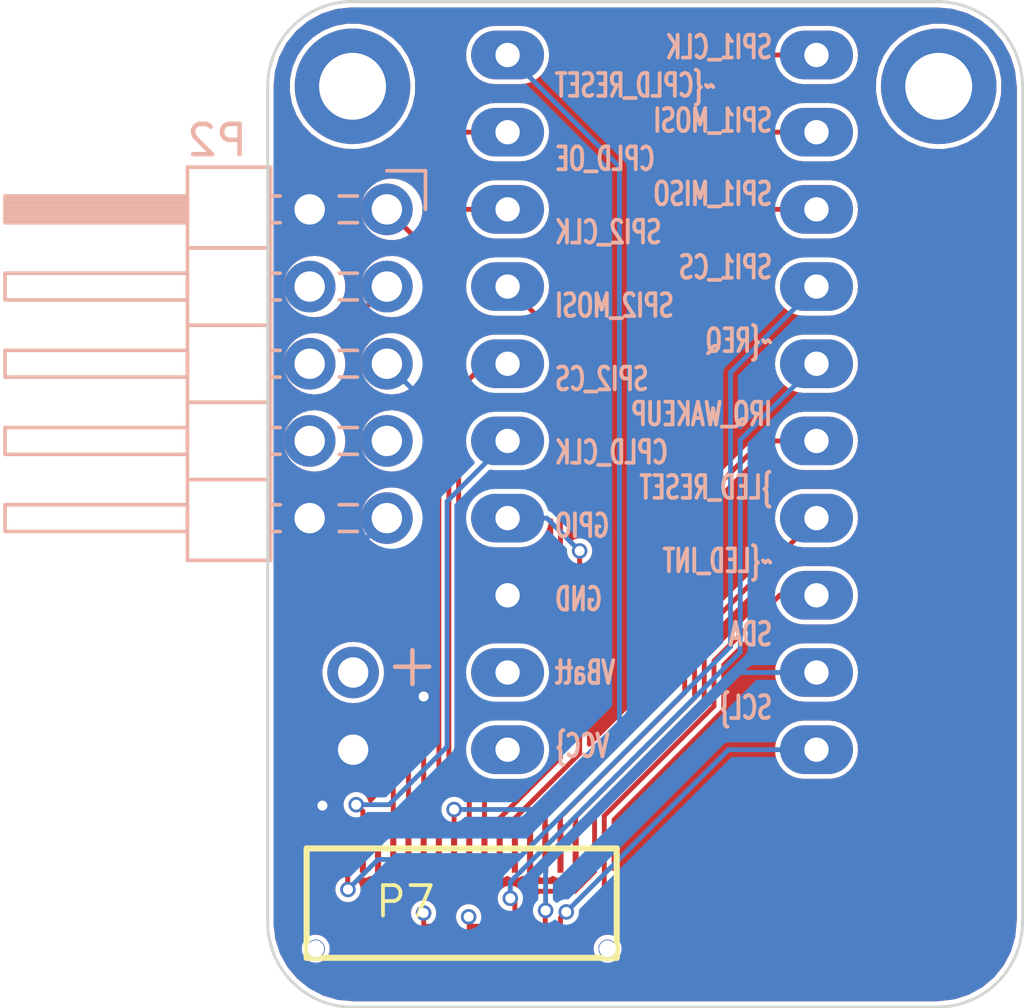
<source format=kicad_pcb>
(kicad_pcb (version 4) (host pcbnew 4.0.4-stable)
  (title_block (title "Digitabulum Test Harness") (date 2017-06-17) (rev 1) (company "Manuvr, Inc"))
  (layers (0 F.Cu signal) (1 Inner1.Cu signal hide) (2 Inner2.Cu signal hide) (31 B.Cu signal) (34 B.Paste user) (35 F.Paste user) (36 B.SilkS user) (37 F.SilkS user) (38 B.Mask user) (39 F.Mask user) (44 Edge.Cuts user))
  (net 0 "")
  (net 1 /CPLD_EXT_CLK)
  (net 2 /CPLD_GPIO_0)
  (net 3 /CPLD_OE)
  (net 4 /I2C1_SCL)
  (net 5 /I2C1_SDA)
  (net 6 /IRQ_WAKEUP)
  (net 7 /SPI1_CLK)
  (net 8 /SPI1_CS_0)
  (net 9 /SPI1_MISO)
  (net 10 /SPI1_MOSI)
  (net 11 /SPI2_CLK)
  (net 12 /SPI2_CS)
  (net 13 /SPI2_MOSI)
  (net 14 /TCK)
  (net 15 /TDI)
  (net 16 /TDO)
  (net 17 /TMS)
  (net 18 /Vbatt)
  (net 19 /~CPLD_RESET)
  (net 20 /~LED_INT)
  (net 21 /~LED_RESET)
  (net 22 /~REQ)
  (net 23 /VCC)
  (net 24 /GND)
  (module Pin_Headers:Pin_Header_Straight_1x02_Pitch2.54mm (layer B.Cu) (at 34.29 48.26)
    (fp_text reference P3 hide)
    (fp_text value CONN_01X02 hide)
    (fp_line (start 1.95 -2.16) (end 1.95 -3.27) (layer B.SilkS) (width 0.15))
    (fp_line (start 1.38 -2.73) (end 2.5 -2.73) (layer B.SilkS) (width 0.15))
    (pad 1 thru_hole rect (at 0 0) (size 1.7 1.7) (drill 1) (layers *.Cu *.Mask) (net 24 /GND))
    (pad 2 thru_hole oval (at 0 -2.54) (size 1.7 1.7) (drill 1) (layers *.Cu *.Mask) (net 18 /Vbatt))
  )
  (module Pin_Headers:Pin_Header_Angled_2x05_Pitch2.54mm (layer B.Cu) (at 35.4 30.48 180)
    (fp_text reference P2 (at 5.585 2.27 180) (layer B.SilkS) (effects (justify mirror)))
    (fp_text value CONN_02X05)
    (fp_line (start 3.82 1.39) (end 3.82 -1.27) (layer B.SilkS) (width 0.12))
    (fp_line (start 3.82 -1.27) (end 6.56 -1.27) (layer B.SilkS) (width 0.12))
    (fp_line (start 6.56 -1.27) (end 6.56 1.39) (layer B.SilkS) (width 0.12))
    (fp_line (start 6.56 1.39) (end 3.82 1.39) (layer B.SilkS) (width 0.12))
    (fp_line (start 6.56 0.44) (end 6.56 -0.44) (layer B.SilkS) (width 0.12))
    (fp_line (start 6.56 -0.44) (end 12.56 -0.44) (layer B.SilkS) (width 0.12))
    (fp_line (start 12.56 -0.44) (end 12.56 0.44) (layer B.SilkS) (width 0.12))
    (fp_line (start 12.56 0.44) (end 6.56 0.44) (layer B.SilkS) (width 0.12))
    (fp_line (start 3.51 0.44) (end 3.82 0.44) (layer B.SilkS) (width 0.12))
    (fp_line (start 3.51 -0.44) (end 3.82 -0.44) (layer B.SilkS) (width 0.12))
    (fp_line (start 0.97 0.44) (end 1.57 0.44) (layer B.SilkS) (width 0.12))
    (fp_line (start 0.97 -0.44) (end 1.57 -0.44) (layer B.SilkS) (width 0.12))
    (fp_line (start 6.56 0.32) (end 12.56 0.32) (layer B.SilkS) (width 0.12))
    (fp_line (start 6.56 0.2) (end 12.56 0.2) (layer B.SilkS) (width 0.12))
    (fp_line (start 6.56 0.08) (end 12.56 0.08) (layer B.SilkS) (width 0.12))
    (fp_line (start 6.56 -0.04) (end 12.56 -0.04) (layer B.SilkS) (width 0.12))
    (fp_line (start 6.56 -0.16) (end 12.56 -0.16) (layer B.SilkS) (width 0.12))
    (fp_line (start 6.56 -0.28) (end 12.56 -0.28) (layer B.SilkS) (width 0.12))
    (fp_line (start 6.56 -0.4) (end 12.56 -0.4) (layer B.SilkS) (width 0.12))
    (fp_line (start 3.82 -1.27) (end 3.82 -3.81) (layer B.SilkS) (width 0.12))
    (fp_line (start 3.82 -3.81) (end 6.56 -3.81) (layer B.SilkS) (width 0.12))
    (fp_line (start 6.56 -3.81) (end 6.56 -1.27) (layer B.SilkS) (width 0.12))
    (fp_line (start 6.56 -1.27) (end 3.82 -1.27) (layer B.SilkS) (width 0.12))
    (fp_line (start 6.56 -2.1) (end 6.56 -2.98) (layer B.SilkS) (width 0.12))
    (fp_line (start 6.56 -2.98) (end 12.56 -2.98) (layer B.SilkS) (width 0.12))
    (fp_line (start 12.56 -2.98) (end 12.56 -2.1) (layer B.SilkS) (width 0.12))
    (fp_line (start 12.56 -2.1) (end 6.56 -2.1) (layer B.SilkS) (width 0.12))
    (fp_line (start 3.51 -2.1) (end 3.82 -2.1) (layer B.SilkS) (width 0.12))
    (fp_line (start 3.51 -2.98) (end 3.82 -2.98) (layer B.SilkS) (width 0.12))
    (fp_line (start 0.97 -2.1) (end 1.57 -2.1) (layer B.SilkS) (width 0.12))
    (fp_line (start 0.97 -2.98) (end 1.57 -2.98) (layer B.SilkS) (width 0.12))
    (fp_line (start 3.82 -3.81) (end 3.82 -6.35) (layer B.SilkS) (width 0.12))
    (fp_line (start 3.82 -6.35) (end 6.56 -6.35) (layer B.SilkS) (width 0.12))
    (fp_line (start 6.56 -6.35) (end 6.56 -3.81) (layer B.SilkS) (width 0.12))
    (fp_line (start 6.56 -3.81) (end 3.82 -3.81) (layer B.SilkS) (width 0.12))
    (fp_line (start 6.56 -4.64) (end 6.56 -5.52) (layer B.SilkS) (width 0.12))
    (fp_line (start 6.56 -5.52) (end 12.56 -5.52) (layer B.SilkS) (width 0.12))
    (fp_line (start 12.56 -5.52) (end 12.56 -4.64) (layer B.SilkS) (width 0.12))
    (fp_line (start 12.56 -4.64) (end 6.56 -4.64) (layer B.SilkS) (width 0.12))
    (fp_line (start 3.51 -4.64) (end 3.82 -4.64) (layer B.SilkS) (width 0.12))
    (fp_line (start 3.51 -5.52) (end 3.82 -5.52) (layer B.SilkS) (width 0.12))
    (fp_line (start 0.97 -4.64) (end 1.57 -4.64) (layer B.SilkS) (width 0.12))
    (fp_line (start 0.97 -5.52) (end 1.57 -5.52) (layer B.SilkS) (width 0.12))
    (fp_line (start 3.82 -6.35) (end 3.82 -8.89) (layer B.SilkS) (width 0.12))
    (fp_line (start 3.82 -8.89) (end 6.56 -8.89) (layer B.SilkS) (width 0.12))
    (fp_line (start 6.56 -8.89) (end 6.56 -6.35) (layer B.SilkS) (width 0.12))
    (fp_line (start 6.56 -6.35) (end 3.82 -6.35) (layer B.SilkS) (width 0.12))
    (fp_line (start 6.56 -7.18) (end 6.56 -8.06) (layer B.SilkS) (width 0.12))
    (fp_line (start 6.56 -8.06) (end 12.56 -8.06) (layer B.SilkS) (width 0.12))
    (fp_line (start 12.56 -8.06) (end 12.56 -7.18) (layer B.SilkS) (width 0.12))
    (fp_line (start 12.56 -7.18) (end 6.56 -7.18) (layer B.SilkS) (width 0.12))
    (fp_line (start 3.51 -7.18) (end 3.82 -7.18) (layer B.SilkS) (width 0.12))
    (fp_line (start 3.51 -8.06) (end 3.82 -8.06) (layer B.SilkS) (width 0.12))
    (fp_line (start 0.97 -7.18) (end 1.57 -7.18) (layer B.SilkS) (width 0.12))
    (fp_line (start 0.97 -8.06) (end 1.57 -8.06) (layer B.SilkS) (width 0.12))
    (fp_line (start 3.82 -8.89) (end 3.82 -11.55) (layer B.SilkS) (width 0.12))
    (fp_line (start 3.82 -11.55) (end 6.56 -11.55) (layer B.SilkS) (width 0.12))
    (fp_line (start 6.56 -11.55) (end 6.56 -8.89) (layer B.SilkS) (width 0.12))
    (fp_line (start 6.56 -8.89) (end 3.82 -8.89) (layer B.SilkS) (width 0.12))
    (fp_line (start 6.56 -9.72) (end 6.56 -10.6) (layer B.SilkS) (width 0.12))
    (fp_line (start 6.56 -10.6) (end 12.56 -10.6) (layer B.SilkS) (width 0.12))
    (fp_line (start 12.56 -10.6) (end 12.56 -9.72) (layer B.SilkS) (width 0.12))
    (fp_line (start 12.56 -9.72) (end 6.56 -9.72) (layer B.SilkS) (width 0.12))
    (fp_line (start 3.51 -9.72) (end 3.82 -9.72) (layer B.SilkS) (width 0.12))
    (fp_line (start 3.51 -10.6) (end 3.82 -10.6) (layer B.SilkS) (width 0.12))
    (fp_line (start 0.97 -9.72) (end 1.57 -9.72) (layer B.SilkS) (width 0.12))
    (fp_line (start 0.97 -10.6) (end 1.57 -10.6) (layer B.SilkS) (width 0.12))
    (fp_line (start -1.27 0) (end -1.27 1.27) (layer B.SilkS) (width 0.12))
    (fp_line (start -1.27 1.27) (end 0 1.27) (layer B.SilkS) (width 0.12))
    (pad 1 thru_hole circle (at 0 0 180) (size 1.7 1.7) (drill 1) (layers *.Cu *.Mask) (net 14 /TCK))
    (pad 2 thru_hole oval (at 2.54 0 180) (size 1.7 1.7) (drill 1) (layers *.Cu *.Mask) (net 24 /GND))
    (pad 3 thru_hole oval (at 0 -2.54 180) (size 1.7 1.7) (drill 1) (layers *.Cu *.Mask) (net 16 /TDO))
    (pad 4 thru_hole oval (at 2.54 -2.54 180) (size 1.7 1.7) (drill 1) (layers *.Cu *.Mask) (net 23 /VCC))
    (pad 5 thru_hole oval (at 0 -5.08 180) (size 1.7 1.7) (drill 1) (layers *.Cu *.Mask) (net 17 /TMS))
    (pad 6 thru_hole oval (at 2.54 -5.08 180) (size 1.7 1.7) (drill 1) (layers *.Cu *.Mask))
    (pad 7 thru_hole oval (at 0 -7.62 180) (size 1.7 1.7) (drill 1) (layers *.Cu *.Mask))
    (pad 8 thru_hole oval (at 2.54 -7.62 180) (size 1.7 1.7) (drill 1) (layers *.Cu *.Mask))
    (pad 9 thru_hole oval (at 0 -10.16 180) (size 1.7 1.7) (drill 1) (layers *.Cu *.Mask) (net 15 /TDI))
    (pad 10 thru_hole oval (at 2.54 -10.16 180) (size 1.7 1.7) (drill 1) (layers *.Cu *.Mask) (net 24 /GND))
  )
  (module Housings_DIP:DIP-24_W15.24mm_Socket_LongPads (layer F.Cu) (at 36.83 25.4)
    (fp_text reference P1 hide)
    (fp_text value CONN_02X10 hide)
    (pad 1 thru_hole oval (at 2.54 5.08) (size 2.4 1.6) (drill 0.8) (layers *.Cu *.Mask) (net 11 /SPI2_CLK))
    (pad 13 thru_hole oval (at 12.7 17.78) (size 2.4 1.6) (drill 0.8) (layers *.Cu *.Mask) (net 21 /~LED_RESET))
    (pad 2 thru_hole oval (at 2.54 20.32) (size 2.4 1.6) (drill 0.8) (layers *.Cu *.Mask) (net 18 /Vbatt))
    (pad 14 thru_hole oval (at 12.7 15.24) (size 2.4 1.6) (drill 0.8) (layers *.Cu *.Mask) (net 20 /~LED_INT))
    (pad 3 thru_hole oval (at 2.54 7.62) (size 2.4 1.6) (drill 0.8) (layers *.Cu *.Mask) (net 13 /SPI2_MOSI))
    (pad 15 thru_hole oval (at 12.7 12.7) (size 2.4 1.6) (drill 0.8) (layers *.Cu *.Mask) (net 6 /IRQ_WAKEUP))
    (pad 4 thru_hole oval (at 2.54 22.86) (size 2.4 1.6) (drill 0.8) (layers *.Cu *.Mask) (net 23 /VCC))
    (pad 16 thru_hole oval (at 12.7 10.16) (size 2.4 1.6) (drill 0.8) (layers *.Cu *.Mask) (net 22 /~REQ))
    (pad 5 thru_hole oval (at 2.54 10.16) (size 2.4 1.6) (drill 0.8) (layers *.Cu *.Mask) (net 12 /SPI2_CS))
    (pad 17 thru_hole oval (at 12.7 7.62) (size 2.4 1.6) (drill 0.8) (layers *.Cu *.Mask) (net 8 /SPI1_CS_0))
    (pad 6 thru_hole rect (at 2.54 17.78) (size 2.4 1.6) (drill 0.8) (layers *.Cu *.Mask) (net 24 /GND))
    (pad 18 thru_hole oval (at 12.7 5.08) (size 2.4 1.6) (drill 0.8) (layers *.Cu *.Mask) (net 9 /SPI1_MISO))
    (pad 7 thru_hole oval (at 2.54 12.7) (size 2.4 1.6) (drill 0.8) (layers *.Cu *.Mask) (net 1 /CPLD_EXT_CLK))
    (pad 19 thru_hole oval (at 12.7 2.54) (size 2.4 1.6) (drill 0.8) (layers *.Cu *.Mask) (net 10 /SPI1_MOSI))
    (pad 8 thru_hole oval (at 2.54 15.24) (size 2.4 1.6) (drill 0.8) (layers *.Cu *.Mask) (net 2 /CPLD_GPIO_0))
    (pad 20 thru_hole oval (at 12.7 0) (size 2.4 1.6) (drill 0.8) (layers *.Cu *.Mask) (net 7 /SPI1_CLK))
    (pad 9 thru_hole oval (at 2.54 0) (size 2.4 1.6) (drill 0.8) (layers *.Cu *.Mask) (net 19 /~CPLD_RESET))
    (pad 10 thru_hole oval (at 2.54 2.54) (size 2.4 1.6) (drill 0.8) (layers *.Cu *.Mask) (net 3 /CPLD_OE))
    (pad 11 thru_hole oval (at 12.7 22.86) (size 2.4 1.6) (drill 0.8) (layers *.Cu *.Mask) (net 4 /I2C1_SCL))
    (pad 12 thru_hole oval (at 12.7 20.32) (size 2.4 1.6) (drill 0.8) (layers *.Cu *.Mask) (net 5 /I2C1_SDA))
  )
  (module "Digitabulum-r2:DF12(3.0)-32DS-0.5V(86)" (layer F.Cu) (at 38.86 53.31 90)
    (fp_text reference P7 (at 0.05 -2.85 360) (layer F.SilkS) (effects (font (thickness 0.125))))
    (fp_text value CONN_02X16 hide)
    (fp_line (start -1.8 -6.1) (end 1.8 -6.1) (layer F.SilkS) (width 0.2))
    (fp_line (start 1.8 4.1) (end 1.8 -6.1) (layer F.SilkS) (width 0.2))
    (fp_line (start 1.8 4.1) (end -1.8 4.1) (layer F.SilkS) (width 0.2))
    (fp_line (start -1.8 -6.1) (end -1.8 4.1) (layer F.SilkS) (width 0.2))
    (pad "" np_thru_hole circle (at -1.5 3.8 90) (size 0.6 0.6) (drill 0.55) (layers *.Cu))
    (pad "" np_thru_hole circle (at -1.5 -5.8 90) (size 0.6 0.6) (drill 0.55) (layers *.Cu))
    (pad N0 smd rect (at 0 -6.45 90) (size 1.8 0.8) (layers F.Cu F.Paste F.Mask))
    (pad N1 smd rect (at 0 4.45 90) (size 1.8 0.8) (layers F.Cu F.Paste F.Mask))
    (pad 1 smd rect (at -1.8 -4.75 90) (size 1.6 0.2) (layers F.Cu F.Paste F.Mask) (net 24 /GND))
    (pad 2 smd rect (at -1.8 -4.25 90) (size 1.6 0.2) (layers F.Cu F.Paste F.Mask) (net 24 /GND))
    (pad 3 smd rect (at -1.8 -3.75 90) (size 1.6 0.2) (layers F.Cu F.Paste F.Mask) (net 24 /GND))
    (pad 4 smd rect (at -1.8 -3.25 90) (size 1.6 0.2) (layers F.Cu F.Paste F.Mask) (net 24 /GND))
    (pad 5 smd rect (at -1.8 -2.75 90) (size 1.6 0.2) (layers F.Cu F.Paste F.Mask))
    (pad 6 smd rect (at -1.8 -2.25 90) (size 1.6 0.2) (layers F.Cu F.Paste F.Mask) (net 23 /VCC))
    (pad 7 smd rect (at -1.8 -1.75 90) (size 1.6 0.2) (layers F.Cu F.Paste F.Mask) (net 23 /VCC))
    (pad 8 smd rect (at -1.8 -1.25 90) (size 1.6 0.2) (layers F.Cu F.Paste F.Mask))
    (pad 9 smd rect (at -1.8 -0.75 90) (size 1.6 0.2) (layers F.Cu F.Paste F.Mask) (net 18 /Vbatt))
    (pad 10 smd rect (at -1.8 -0.25 90) (size 1.6 0.2) (layers F.Cu F.Paste F.Mask) (net 18 /Vbatt))
    (pad 11 smd rect (at -1.8 0.25 90) (size 1.6 0.2) (layers F.Cu F.Paste F.Mask))
    (pad 12 smd rect (at -1.8 0.75 90) (size 1.6 0.2) (layers F.Cu F.Paste F.Mask) (net 22 /~REQ))
    (pad 13 smd rect (at -1.8 1.25 90) (size 1.6 0.2) (layers F.Cu F.Paste F.Mask) (net 20 /~LED_INT))
    (pad 14 smd rect (at -1.8 1.75 90) (size 1.6 0.2) (layers F.Cu F.Paste F.Mask) (net 5 /I2C1_SDA))
    (pad 15 smd rect (at -1.8 2.25 90) (size 1.6 0.2) (layers F.Cu F.Paste F.Mask) (net 4 /I2C1_SCL))
    (pad 16 smd rect (at -1.8 2.75 90) (size 1.6 0.2) (layers F.Cu F.Paste F.Mask) (net 21 /~LED_RESET))
    (pad 17 smd rect (at 1.8 2.75 270) (size 1.6 0.2) (layers F.Cu F.Paste F.Mask) (net 6 /IRQ_WAKEUP))
    (pad 18 smd rect (at 1.8 2.25 270) (size 1.6 0.2) (layers F.Cu F.Paste F.Mask) (net 9 /SPI1_MISO))
    (pad 19 smd rect (at 1.8 1.75 270) (size 1.6 0.2) (layers F.Cu F.Paste F.Mask) (net 10 /SPI1_MOSI))
    (pad 20 smd rect (at 1.8 1.25 270) (size 1.6 0.2) (layers F.Cu F.Paste F.Mask) (net 7 /SPI1_CLK))
    (pad 21 smd rect (at 1.8 0.75 90) (size 1.6 0.2) (layers F.Cu F.Paste F.Mask) (net 2 /CPLD_GPIO_0))
    (pad 22 smd rect (at 1.8 0.25 90) (size 1.6 0.2) (layers F.Cu F.Paste F.Mask) (net 13 /SPI2_MOSI))
    (pad 23 smd rect (at 1.8 -0.25 90) (size 1.6 0.2) (layers F.Cu F.Paste F.Mask) (net 12 /SPI2_CS))
    (pad 24 smd rect (at 1.8 -0.75 90) (size 1.6 0.2) (layers F.Cu F.Paste F.Mask) (net 11 /SPI2_CLK))
    (pad 25 smd rect (at 1.8 -1.25 90) (size 1.6 0.2) (layers F.Cu F.Paste F.Mask) (net 19 /~CPLD_RESET))
    (pad 26 smd rect (at 1.8 -1.75 90) (size 1.6 0.2) (layers F.Cu F.Paste F.Mask) (net 3 /CPLD_OE))
    (pad 27 smd rect (at 1.8 -2.25 90) (size 1.6 0.2) (layers F.Cu F.Paste F.Mask) (net 17 /TMS))
    (pad 28 smd rect (at 1.8 -2.75 90) (size 1.6 0.2) (layers F.Cu F.Paste F.Mask) (net 14 /TCK))
    (pad 29 smd rect (at 1.8 -3.25 90) (size 1.6 0.2) (layers F.Cu F.Paste F.Mask) (net 16 /TDO))
    (pad 30 smd rect (at 1.8 -3.75 90) (size 1.6 0.2) (layers F.Cu F.Paste F.Mask) (net 15 /TDI))
    (pad 31 smd rect (at 1.8 -4.25 90) (size 1.6 0.2) (layers F.Cu F.Paste F.Mask) (net 1 /CPLD_EXT_CLK))
    (pad 32 smd rect (at 1.8 -4.75 90) (size 1.6 0.2) (layers F.Cu F.Paste F.Mask) (net 8 /SPI1_CS_0))
  )
  (module Mounting_Holes:MountingHole_2.2mm_M2_DIN965_Pad (layer F.Cu) (at 34.27 26.43 270)
    (fp_text reference P8 hide)
    (fp_text value HOLE hide)
    (pad 1 thru_hole circle (at 0 0 270) (size 3.8 3.8) (drill 2.2) (layers *.Cu *.Mask))
  )
  (module Mounting_Holes:MountingHole_2.2mm_M2_DIN965_Pad (layer F.Cu) (at 53.55 26.43 270)
    (fp_text reference P9 hide)
    (fp_text value HOLE hide)
    (pad 1 thru_hole circle (at 0 0 270) (size 3.8 3.8) (drill 2.2) (layers *.Cu *.Mask))
  )
  (module manuvr_logo:ManuvrLogo (layer F.Cu) (at 52.56 53.48 35)
    (fp_text reference P12 hide)
    (fp_text value CONN_01X01 hide)
    (fp_poly (pts (xy 2.51714 1.10998) (xy 2.51714 1.26492) (xy 2.5019 1.41986) (xy 2.47396 1.57226) (xy 2.43332 1.72212) (xy 2.38252 1.86436) (xy 2.3241 1.99136) (xy 2.25298 2.11582) (xy 2.17678 2.23266) (xy 2.08788 2.34442) (xy 2.00914 2.42824) (xy 1.94564 2.4892) (xy 1.94564 1.13792) (xy 1.93802 1.01854) (xy 1.92278 0.9271) (xy 1.88722 0.79756) (xy 1.8415 0.67818) (xy 1.78562 0.56134) (xy 1.71704 0.45466) (xy 1.6383 0.35306) (xy 1.5494 0.26416) (xy 1.45034 0.18034) (xy 1.34366 0.10922) (xy 1.22936 0.0508) (xy 1.10998 0.00254) (xy 1.10236 0) (xy 1.04394 -0.01778) (xy 0.99568 -0.03048) (xy 0.94742 -0.04318) (xy 0.9017 -0.04826) (xy 0.85344 -0.05334) (xy 0.8001 -0.05588) (xy 0.7366 -0.05842) (xy 0.70866 -0.05842) (xy 0.64008 -0.05842) (xy 0.58166 -0.05588) (xy 0.53086 -0.0508) (xy 0.48514 -0.04572) (xy 0.43942 -0.03556) (xy 0.39116 -0.02286) (xy 0.33782 -0.00508) (xy 0.31496 0) (xy 0.19304 0.04826) (xy 0.0762 0.10668) (xy -0.02794 0.1778) (xy -0.12446 0.25654) (xy -0.21336 0.34798) (xy -0.29464 0.44704) (xy -0.36322 0.55372) (xy -0.4191 0.66802) (xy -0.46736 0.7874) (xy -0.50038 0.9144) (xy -0.5207 1.03886) (xy -0.52578 1.09474) (xy -0.52832 1.16078) (xy -0.52578 1.2319) (xy -0.5207 1.30048) (xy -0.51308 1.36398) (xy -0.508 1.40462) (xy -0.47498 1.53416) (xy -0.42926 1.65608) (xy -0.37338 1.77292) (xy -0.3048 1.88214) (xy -0.22606 1.9812) (xy -0.13716 2.07518) (xy -0.04064 2.15646) (xy 0.0635 2.23012) (xy 0.1778 2.29108) (xy 0.29972 2.34188) (xy 0.32004 2.34696) (xy 0.4445 2.38252) (xy 0.5715 2.40284) (xy 0.70104 2.41046) (xy 0.83312 2.40284) (xy 0.9271 2.39014) (xy 1.05156 2.3622) (xy 1.17348 2.32156) (xy 1.28778 2.26568) (xy 1.397 2.20218) (xy 1.4986 2.12598) (xy 1.59258 2.03962) (xy 1.6764 1.9431) (xy 1.75006 1.83896) (xy 1.8161 1.7272) (xy 1.8669 1.6129) (xy 1.90246 1.50114) (xy 1.92786 1.3843) (xy 1.9431 1.26238) (xy 1.94564 1.13792) (xy 1.94564 2.4892) (xy 1.8923 2.54) (xy 1.76784 2.63906) (xy 1.63576 2.72542) (xy 1.49606 2.80162) (xy 1.34874 2.86512) (xy 1.19634 2.91592) (xy 1.18364 2.91846) (xy 1.08712 2.94132) (xy 0.98552 2.9591) (xy 0.87884 2.9718) (xy 0.7747 2.97942) (xy 0.6731 2.98196) (xy 0.58928 2.97942) (xy 0.42418 2.9591) (xy 0.26416 2.92608) (xy 0.11176 2.88036) (xy -0.03302 2.82194) (xy -0.17526 2.75082) (xy -0.30734 2.667) (xy -0.43688 2.57302) (xy -0.45466 2.55778) (xy -0.5715 2.4511) (xy -0.67818 2.33426) (xy -0.77216 2.2098) (xy -0.85598 2.07772) (xy -0.92964 1.93802) (xy -0.9906 1.79324) (xy -1.03632 1.64338) (xy -1.07188 1.49098) (xy -1.0922 1.33604) (xy -1.09728 1.24206) (xy -1.09982 1.14046) (xy -1.09474 1.03378) (xy -1.08458 0.93218) (xy -1.06934 0.83566) (xy -1.05918 0.7874) (xy -1.01854 0.63246) (xy -0.9652 0.48514) (xy -0.9017 0.34544) (xy -0.8255 0.21082) (xy -0.7366 0.08382) (xy -0.64008 -0.03048) (xy -0.5334 -0.14224) (xy -0.4191 -0.2413) (xy -0.29464 -0.33274) (xy -0.1651 -0.41148) (xy -0.02794 -0.48006) (xy 0.1143 -0.53594) (xy 0.26416 -0.58166) (xy 0.35052 -0.60198) (xy 0.42672 -0.61468) (xy 0.49276 -0.62484) (xy 0.5588 -0.62992) (xy 0.62738 -0.635) (xy 0.70358 -0.635) (xy 0.7112 -0.635) (xy 0.86614 -0.62992) (xy 1.016 -0.61214) (xy 1.16078 -0.57912) (xy 1.30556 -0.53594) (xy 1.4478 -0.48006) (xy 1.53416 -0.43688) (xy 1.67132 -0.36068) (xy 1.79832 -0.27178) (xy 1.9177 -0.17272) (xy 2.02946 -0.06604) (xy 2.12852 0.0508) (xy 2.21996 0.17526) (xy 2.2987 0.30734) (xy 2.36728 0.4445) (xy 2.42316 0.58928) (xy 2.46634 0.7366) (xy 2.49936 0.889) (xy 2.50698 0.95504) (xy 2.51714 1.10998) (xy 2.51714 1.10998)) (layer F.Cu) (width 0.00254))
    (fp_poly (pts (xy -1.45288 0.77978) (xy -1.46304 0.83566) (xy -1.47574 0.92456) (xy -1.48336 1.02362) (xy -1.4859 1.12776) (xy -1.4859 1.2319) (xy -1.48082 1.33604) (xy -1.4732 1.43256) (xy -1.46558 1.48336) (xy -1.4605 1.51892) (xy -1.45796 1.5494) (xy -1.45542 1.56972) (xy -1.45288 1.58242) (xy -1.45288 1.58242) (xy -1.45796 1.57988) (xy -1.4732 1.56464) (xy -1.49606 1.54178) (xy -1.52908 1.5113) (xy -1.56972 1.47066) (xy -1.61544 1.42494) (xy -1.66878 1.3716) (xy -1.7272 1.31318) (xy -1.79324 1.24714) (xy -1.86436 1.17856) (xy -1.93802 1.10236) (xy -2.01676 1.02616) (xy -2.09804 0.94234) (xy -2.18186 0.85852) (xy -2.19456 0.84582) (xy -2.29362 0.74676) (xy -2.38506 0.65532) (xy -2.46634 0.57404) (xy -2.54 0.50038) (xy -2.60604 0.43434) (xy -2.66446 0.37592) (xy -2.71526 0.32512) (xy -2.75844 0.2794) (xy -2.79654 0.2413) (xy -2.82956 0.20574) (xy -2.8575 0.1778) (xy -2.88036 0.15494) (xy -2.89814 0.13462) (xy -2.91338 0.11684) (xy -2.92354 0.10414) (xy -2.9337 0.09144) (xy -2.94132 0.08382) (xy -2.9464 0.0762) (xy -2.94894 0.06858) (xy -2.95148 0.0635) (xy -2.96164 0.0381) (xy -2.96926 0.01778) (xy -2.9718 -0.00254) (xy -2.9718 -0.03302) (xy -2.9718 -0.04826) (xy -2.96926 -0.1016) (xy -2.9591 -0.14732) (xy -2.94132 -0.18796) (xy -2.91338 -0.22606) (xy -2.90068 -0.23876) (xy -2.86004 -0.27686) (xy -2.8194 -0.3048) (xy -2.77368 -0.32258) (xy -2.76098 -0.32766) (xy -2.69748 -0.33528) (xy -2.63652 -0.33274) (xy -2.5781 -0.31242) (xy -2.54762 -0.29972) (xy -2.53746 -0.2921) (xy -2.52222 -0.27686) (xy -2.49682 -0.25654) (xy -2.46634 -0.22606) (xy -2.42824 -0.1905) (xy -2.37998 -0.14478) (xy -2.3241 -0.0889) (xy -2.2606 -0.0254) (xy -2.18694 0.04318) (xy -2.10566 0.12446) (xy -2.01422 0.2159) (xy -1.98374 0.24892) (xy -1.45288 0.77978) (xy -1.45288 0.77978)) (layer F.Cu) (width 0.00254))
    (fp_poly (pts (xy -0.53594 -0.63754) (xy -0.58928 -0.59944) (xy -0.69342 -0.51816) (xy -0.79502 -0.42672) (xy -0.89662 -0.32766) (xy -0.9906 -0.21844) (xy -1.05918 -0.12954) (xy -1.10744 -0.06858) (xy -1.1049 -1.42494) (xy -1.10236 -2.7813) (xy -1.0795 -2.82956) (xy -1.04648 -2.8829) (xy -1.0033 -2.92862) (xy -0.94996 -2.96418) (xy -0.9398 -2.9718) (xy -0.9144 -2.98196) (xy -0.89662 -2.98958) (xy -0.8763 -2.99212) (xy -0.8509 -2.99466) (xy -0.82042 -2.99466) (xy -0.7874 -2.99466) (xy -0.76454 -2.99212) (xy -0.74422 -2.98704) (xy -0.7239 -2.98196) (xy -0.70104 -2.96926) (xy -0.69596 -2.96672) (xy -0.64008 -2.9337) (xy -0.5969 -2.88798) (xy -0.56134 -2.83464) (xy -0.5588 -2.82956) (xy -0.53848 -2.78892) (xy -0.53594 -1.7145) (xy -0.53594 -0.63754) (xy -0.53594 -0.63754)) (layer F.Cu) (width 0.00254))
    (fp_poly (pts (xy 2.50952 -1.4351) (xy 2.50952 -1.27762) (xy 2.50952 -1.18364) (xy 2.50698 -0.09398) (xy 2.4765 -0.13462) (xy 2.40284 -0.2286) (xy 2.31902 -0.32258) (xy 2.22758 -0.41402) (xy 2.1336 -0.50038) (xy 2.03962 -0.57658) (xy 1.96596 -0.63246) (xy 1.93294 -0.65532) (xy 1.93294 -1.47066) (xy 1.93294 -1.6002) (xy 1.93294 -1.7145) (xy 1.93294 -1.8161) (xy 1.93294 -1.90754) (xy 1.93294 -1.98628) (xy 1.93294 -2.05486) (xy 1.93294 -2.11582) (xy 1.93548 -2.16662) (xy 1.93548 -2.2098) (xy 1.93548 -2.2479) (xy 1.93802 -2.27838) (xy 1.94056 -2.30378) (xy 1.9431 -2.3241) (xy 1.94564 -2.34188) (xy 1.94818 -2.35458) (xy 1.95326 -2.36728) (xy 1.9558 -2.37744) (xy 1.96088 -2.3876) (xy 1.9685 -2.39776) (xy 1.97358 -2.40538) (xy 2.00406 -2.45364) (xy 2.04724 -2.49174) (xy 2.09804 -2.52222) (xy 2.15392 -2.54254) (xy 2.2098 -2.55016) (xy 2.26314 -2.54762) (xy 2.32664 -2.52984) (xy 2.37998 -2.49936) (xy 2.42824 -2.46126) (xy 2.46634 -2.413) (xy 2.49174 -2.35712) (xy 2.50444 -2.31394) (xy 2.50444 -2.30124) (xy 2.50444 -2.2733) (xy 2.50698 -2.23266) (xy 2.50698 -2.17932) (xy 2.50698 -2.11074) (xy 2.50952 -2.02946) (xy 2.50952 -1.93548) (xy 2.50952 -1.8288) (xy 2.50952 -1.70942) (xy 2.50952 -1.57734) (xy 2.50952 -1.4351) (xy 2.50952 -1.4351)) (layer F.Cu) (width 0.00254))
    (fp_poly (pts (xy 1.5494 -1.41986) (xy 1.5494 -1.3208) (xy 1.5494 -1.2319) (xy 1.5494 -1.14808) (xy 1.5494 -1.07442) (xy 1.5494 -1.01092) (xy 1.54686 -0.95758) (xy 1.54686 -0.9144) (xy 1.54686 -0.88392) (xy 1.54686 -0.86614) (xy 1.54686 -0.86106) (xy 1.5367 -0.8636) (xy 1.52908 -0.86614) (xy 1.51892 -0.87122) (xy 1.4986 -0.87884) (xy 1.46812 -0.889) (xy 1.4351 -0.9017) (xy 1.42494 -0.90424) (xy 1.33858 -0.93218) (xy 1.24714 -0.95758) (xy 1.15316 -0.98044) (xy 1.0668 -0.99568) (xy 1.05156 -0.99822) (xy 0.97282 -1.01092) (xy 0.97536 -1.93802) (xy 0.97536 -2.86766) (xy 0.99314 -2.90576) (xy 1.02362 -2.96418) (xy 1.06172 -3.01244) (xy 1.10998 -3.048) (xy 1.16586 -3.0734) (xy 1.22682 -3.08864) (xy 1.26238 -3.09118) (xy 1.32588 -3.08356) (xy 1.3843 -3.06324) (xy 1.4351 -3.03276) (xy 1.48082 -2.99212) (xy 1.51638 -2.93878) (xy 1.53162 -2.9083) (xy 1.54686 -2.86766) (xy 1.5494 -1.86436) (xy 1.5494 -1.74498) (xy 1.5494 -1.63068) (xy 1.5494 -1.52146) (xy 1.5494 -1.41986) (xy 1.5494 -1.41986)) (layer F.Cu) (width 0.00254))
    (fp_poly (pts (xy 0.56388 -1.02362) (xy 0.52324 -1.01854) (xy 0.4064 -1.0033) (xy 0.29972 -0.98552) (xy 0.20066 -0.9652) (xy 0.10414 -0.9398) (xy 0.1016 -0.9398) (xy 0.06604 -0.92964) (xy 0.0381 -0.91948) (xy 0.0127 -0.9144) (xy 0 -0.91186) (xy -0.0127 -0.90678) (xy -0.0127 -1.99136) (xy -0.0127 -2.15138) (xy -0.0127 -2.2987) (xy -0.0127 -2.43586) (xy -0.0127 -2.56032) (xy -0.0127 -2.67462) (xy -0.01016 -2.77368) (xy -0.01016 -2.86258) (xy -0.01016 -2.93878) (xy -0.01016 -2.99974) (xy -0.00762 -3.048) (xy -0.00762 -3.08356) (xy -0.00762 -3.10388) (xy -0.00508 -3.1115) (xy 0.01016 -3.16992) (xy 0.0381 -3.22072) (xy 0.0762 -3.26644) (xy 0.12192 -3.302) (xy 0.17526 -3.32994) (xy 0.23114 -3.34518) (xy 0.28956 -3.34772) (xy 0.32258 -3.34264) (xy 0.38354 -3.32486) (xy 0.43942 -3.29438) (xy 0.48514 -3.25374) (xy 0.52324 -3.20294) (xy 0.53848 -3.175) (xy 0.5588 -3.12674) (xy 0.56134 -2.07518) (xy 0.56388 -1.02362) (xy 0.56388 -1.02362)) (layer F.Cu) (width 0.00254))
    (fp_poly (pts (xy 1.54432 1.17094) (xy 1.5367 1.27762) (xy 1.51892 1.38176) (xy 1.4859 1.47828) (xy 1.44272 1.57226) (xy 1.38938 1.65608) (xy 1.32588 1.73482) (xy 1.25222 1.80594) (xy 1.17348 1.8669) (xy 1.08458 1.9177) (xy 0.9906 1.95834) (xy 0.889 1.98628) (xy 0.78232 2.00152) (xy 0.73914 2.00406) (xy 0.70612 2.0066) (xy 0.6731 2.0066) (xy 0.6477 2.0066) (xy 0.63754 2.00406) (xy 0.52832 1.98628) (xy 0.42672 1.9558) (xy 0.3302 1.91516) (xy 0.2413 1.86436) (xy 0.16002 1.80086) (xy 0.0889 1.73228) (xy 0.0254 1.65354) (xy -0.0254 1.56718) (xy -0.06858 1.47574) (xy -0.09906 1.37668) (xy -0.11938 1.27508) (xy -0.12446 1.1684) (xy -0.12446 1.12776) (xy -0.11176 1.02108) (xy -0.08636 0.91948) (xy -0.04826 0.82042) (xy 0 0.72898) (xy 0.05842 0.64516) (xy 0.12954 0.56896) (xy 0.21082 0.50292) (xy 0.29718 0.4445) (xy 0.39624 0.39878) (xy 0.45212 0.37592) (xy 0.51054 0.36068) (xy 0.56388 0.34798) (xy 0.61976 0.34036) (xy 0.68072 0.33782) (xy 0.74676 0.34036) (xy 0.8255 0.34544) (xy 0.89916 0.35814) (xy 0.96774 0.37592) (xy 1.03632 0.40386) (xy 1.06172 0.41402) (xy 1.15824 0.46736) (xy 1.2446 0.53086) (xy 1.3208 0.60452) (xy 1.38684 0.68326) (xy 1.44272 0.77216) (xy 1.48844 0.86614) (xy 1.51892 0.9652) (xy 1.53924 1.06934) (xy 1.54432 1.17094) (xy 1.54432 1.17094)) (layer F.Cu) (width 0.00254))
  )
  (gr_text "SPI1_CLK\n\nSPI1_MOSI\n\nSPI1_MISO\n\nSPI1_CS\n\n~REQ\n\nIRQ_WAKEUP\n\n~LED_RESET\n\n~LED_INT\n\nSDA\n\nSCL" (at 48.14 36.01) (layer B.SilkS) (effects (font (size 0.75 0.5) (thickness 0.125)) (justify left mirror)))
  (gr_text "~CPLD_RESET\n\nCPLD_OE\n\nSPI2_CLK\n\nSPI2_MOSI\n\nSPI2_CS\n\nCPLD_CLK\n\nGPIO\n\nGND\n\nVBatt\n\nVCC" (at 40.86 37.27) (layer B.SilkS) (effects (font (size 0.75 0.5) (thickness 0.125)) (justify right mirror)))
  (gr_line (start 31.48 53.96) (end 31.48 26.46) (angle 90) (layer Edge.Cuts) (width 0.1))
  (gr_line (start 53.53 56.73) (end 34.29 56.73) (angle 90) (layer Edge.Cuts) (width 0.1))
  (gr_line (start 56.31 26.42) (end 56.31 53.91) (angle 90) (layer Edge.Cuts) (width 0.1))
  (gr_line (start 34.25 23.645) (end 53.495 23.645) (angle 90) (layer Edge.Cuts) (width 0.1))
  (gr_arc (start 53.515 26.435) (end 53.495 23.645) (angle 90) (layer Edge.Cuts) (width 0.1))
  (gr_arc (start 53.515 53.935) (end 56.305 53.915) (angle 90) (layer Edge.Cuts) (width 0.1))
  (gr_arc (start 34.27 53.94) (end 34.29 56.73) (angle 90) (layer Edge.Cuts) (width 0.1))
  (gr_arc (start 34.27 26.43) (end 31.48 26.45) (angle 90) (layer Edge.Cuts) (width 0.1))
  (segment (start 35.56 38.1) (end 35.56 38.5941) (width 0.16) (layer F.Cu) (net 0))
  (segment (start 34.61 51.51) (end 34.61 50.29) (width 0.16) (layer F.Cu) (net 1))
  (segment (start 37.38 40.09) (end 39.37 38.1) (width 0.16) (layer B.Cu) (net 1))
  (segment (start 37.38 48.16) (end 37.38 40.09) (width 0.16) (layer B.Cu) (net 1))
  (segment (start 34.61 50.29) (end 34.39 50.07) (width 0.16) (layer F.Cu) (net 1))
  (segment (start 35.47 50.07) (end 37.38 48.16) (width 0.16) (layer B.Cu) (net 1))
  (segment (start 34.39 50.07) (end 35.47 50.07) (width 0.16) (layer B.Cu) (net 1))
  (via (at 34.39 50.07) (size 0.51) (drill 0.33) (layers F.Cu B.Cu) (net 1))
  (segment (start 39.61 51.51) (end 39.61 50.517148) (width 0.16) (layer F.Cu) (net 2))
  (segment (start 40.66 40.64) (end 39.37 40.64) (width 0.16) (layer B.Cu) (net 2))
  (segment (start 41.74 41.72) (end 40.66 40.64) (width 0.16) (layer B.Cu) (net 2))
  (via (at 41.74 41.72) (size 0.51) (drill 0.33) (layers F.Cu B.Cu) (net 2))
  (segment (start 41.74 48.387148) (end 41.74 41.72) (width 0.16) (layer F.Cu) (net 2))
  (segment (start 39.61 50.517148) (end 41.74 48.387148) (width 0.16) (layer F.Cu) (net 2))
  (segment (start 39.37 27.94) (end 37.9297 27.94) (width 0.16) (layer F.Cu) (net 3))
  (segment (start 37.11 28.7597) (end 37.11 50.4697) (width 0.16) (layer F.Cu) (net 3))
  (segment (start 37.9297 27.94) (end 37.11 28.7597) (width 0.16) (layer F.Cu) (net 3))
  (segment (start 37.11 51.51) (end 37.11 50.4697) (width 0.16) (layer F.Cu) (net 3))
  (segment (start 41.11 55.11) (end 41.11 53.79) (width 0.16) (layer F.Cu) (net 4))
  (segment (start 46.64 48.26) (end 49.53 48.26) (width 0.16) (layer B.Cu) (net 4))
  (segment (start 41.3 53.6) (end 46.64 48.26) (width 0.16) (layer B.Cu) (net 4))
  (via (at 41.3 53.6) (size 0.51) (drill 0.33) (layers F.Cu B.Cu) (net 4))
  (segment (start 41.11 53.79) (end 41.3 53.6) (width 0.16) (layer F.Cu) (net 4))
  (segment (start 40.62 53.55) (end 40.62 51.91) (width 0.16) (layer B.Cu) (net 5))
  (segment (start 40.61 53.56) (end 40.62 53.55) (width 0.16) (layer F.Cu) (net 5))
  (via (at 40.62 53.55) (size 0.51) (drill 0.33) (layers F.Cu B.Cu) (net 5))
  (segment (start 40.61 55.11) (end 40.61 53.56) (width 0.16) (layer F.Cu) (net 5))
  (segment (start 46.81 45.72) (end 49.53 45.72) (width 0.16) (layer B.Cu) (net 5))
  (segment (start 40.62 51.91) (end 46.81 45.72) (width 0.16) (layer B.Cu) (net 5))
  (segment (start 49.53 38.1) (end 47.7497 38.1) (width 0.16) (layer F.Cu) (net 6))
  (segment (start 41.61 50.4697) (end 41.61 51.51) (width 0.16) (layer F.Cu) (net 6))
  (segment (start 41.61 50.4697) (end 45.5197 46.56) (width 0.16) (layer F.Cu) (net 6))
  (segment (start 45.5197 46.56) (end 45.5197 40.33) (width 0.16) (layer F.Cu) (net 6))
  (segment (start 47.7497 38.1) (end 45.5197 40.33) (width 0.16) (layer F.Cu) (net 6))
  (segment (start 44.53 28.9597) (end 48.0897 25.4) (width 0.16) (layer F.Cu) (net 7))
  (segment (start 44.53 46.0497) (end 44.53 28.9597) (width 0.16) (layer F.Cu) (net 7))
  (segment (start 40.11 50.4697) (end 44.53 46.0497) (width 0.16) (layer F.Cu) (net 7))
  (segment (start 40.11 51.51) (end 40.11 50.4697) (width 0.16) (layer F.Cu) (net 7))
  (segment (start 49.53 25.4) (end 48.0897 25.4) (width 0.16) (layer F.Cu) (net 7))
  (segment (start 34.11 51.51) (end 34.11 52.85) (width 0.16) (layer F.Cu) (net 8))
  (segment (start 46.703048 35.846952) (end 49.53 33.02) (width 0.16) (layer B.Cu) (net 8))
  (segment (start 46.703048 44.8644) (end 46.703048 35.846952) (width 0.16) (layer B.Cu) (net 8))
  (segment (start 39.693724 51.873724) (end 46.703048 44.8644) (width 0.16) (layer B.Cu) (net 8))
  (via (at 34.12 52.86) (size 0.51) (drill 0.33) (layers F.Cu B.Cu) (net 8))
  (segment (start 34.11 52.85) (end 34.12 52.86) (width 0.16) (layer F.Cu) (net 8))
  (segment (start 34.11 51.51) (end 34.11 51.5) (width 0.16) (layer F.Cu) (net 8))
  (segment (start 49.53 33.02) (end 48.6197 33.02) (width 0.16) (layer B.Cu) (net 8))
  (segment (start 35.106276 51.873724) (end 39.693724 51.873724) (width 0.16) (layer B.Cu) (net 8))
  (segment (start 34.12 52.86) (end 35.106276 51.873724) (width 0.16) (layer B.Cu) (net 8))
  (segment (start 45.1952 33.3745) (end 48.0897 30.48) (width 0.16) (layer F.Cu) (net 9))
  (segment (start 45.1952 46.3845) (end 45.1952 33.3745) (width 0.16) (layer F.Cu) (net 9))
  (segment (start 41.11 50.4697) (end 45.1952 46.3845) (width 0.16) (layer F.Cu) (net 9))
  (segment (start 41.11 51.51) (end 41.11 50.4697) (width 0.16) (layer F.Cu) (net 9))
  (segment (start 49.53 30.48) (end 48.0897 30.48) (width 0.16) (layer F.Cu) (net 9))
  (segment (start 44.8669 31.1628) (end 48.0897 27.94) (width 0.16) (layer F.Cu) (net 10))
  (segment (start 44.8669 46.2128) (end 44.8669 31.1628) (width 0.16) (layer F.Cu) (net 10))
  (segment (start 40.61 50.4697) (end 44.8669 46.2128) (width 0.16) (layer F.Cu) (net 10))
  (segment (start 40.61 51.51) (end 40.61 50.4697) (width 0.16) (layer F.Cu) (net 10))
  (segment (start 49.53 27.94) (end 48.0897 27.94) (width 0.16) (layer F.Cu) (net 10))
  (segment (start 37.438 30.9717) (end 37.9297 30.48) (width 0.16) (layer F.Cu) (net 11))
  (segment (start 37.438 49.2906) (end 37.438 30.9717) (width 0.16) (layer F.Cu) (net 11))
  (segment (start 38.11 49.9626) (end 37.438 49.2906) (width 0.16) (layer F.Cu) (net 11))
  (segment (start 38.11 51.51) (end 38.11 49.9626) (width 0.16) (layer F.Cu) (net 11))
  (segment (start 39.37 30.48) (end 37.9297 30.48) (width 0.16) (layer F.Cu) (net 11))
  (segment (start 39.37 35.56) (end 38.618002 35.56) (width 0.16) (layer F.Cu) (net 12))
  (segment (start 38.618002 35.56) (end 37.758002 36.42) (width 0.16) (layer F.Cu) (net 12))
  (segment (start 37.758002 36.42) (end 37.7597 36.42) (width 0.16) (layer F.Cu) (net 12))
  (segment (start 37.7597 49.1194) (end 37.7597 36.42) (width 0.16) (layer F.Cu) (net 12))
  (segment (start 37.7597 36.42) (end 37.7597 36.42) (width 0.16) (layer F.Cu) (net 12))
  (segment (start 38.61 49.9697) (end 37.7597 49.1194) (width 0.16) (layer F.Cu) (net 12))
  (segment (start 38.61 51.51) (end 38.61 49.9697) (width 0.16) (layer F.Cu) (net 12))
  (segment (start 39.11 51.51) (end 39.11 50.517148) (width 0.16) (layer F.Cu) (net 13))
  (segment (start 41.11 34.76) (end 39.37 33.02) (width 0.16) (layer F.Cu) (net 13))
  (segment (start 41.11 48.517148) (end 41.11 34.76) (width 0.16) (layer F.Cu) (net 13))
  (segment (start 39.11 50.517148) (end 41.11 48.517148) (width 0.16) (layer F.Cu) (net 13))
  (segment (start 36.11 51.51) (end 36.11 47.29) (width 0.16) (layer F.Cu) (net 14))
  (segment (start 36.789998 31.869998) (end 35.4 30.48) (width 0.16) (layer F.Cu) (net 14))
  (segment (start 36.789998 45.27) (end 36.789998 31.869998) (width 0.16) (layer F.Cu) (net 14))
  (segment (start 35.95 46.109998) (end 36.789998 45.27) (width 0.16) (layer F.Cu) (net 14))
  (segment (start 35.95 47.13) (end 35.95 46.109998) (width 0.16) (layer F.Cu) (net 14))
  (segment (start 36.11 47.29) (end 35.95 47.13) (width 0.16) (layer F.Cu) (net 14))
  (segment (start 35.11 51.51) (end 35.11 52.74) (width 0.16) (layer F.Cu) (net 15))
  (segment (start 32.67 43.37) (end 35.4 40.64) (width 0.16) (layer B.Cu) (net 15))
  (segment (start 32.67 49.49) (end 32.67 43.37) (width 0.16) (layer B.Cu) (net 15))
  (segment (start 33.28 50.1) (end 32.67 49.49) (width 0.16) (layer B.Cu) (net 15))
  (via (at 33.28 50.1) (size 0.51) (drill 0.33) (layers F.Cu B.Cu) (net 15))
  (segment (start 33.28 52.87) (end 33.28 50.1) (width 0.16) (layer F.Cu) (net 15))
  (segment (start 33.81 53.4) (end 33.28 52.87) (width 0.16) (layer F.Cu) (net 15))
  (segment (start 34.45 53.4) (end 33.81 53.4) (width 0.16) (layer F.Cu) (net 15))
  (segment (start 35.11 52.74) (end 34.45 53.4) (width 0.16) (layer F.Cu) (net 15))
  (segment (start 35.61 51.51) (end 35.61 43.07) (width 0.16) (layer F.Cu) (net 16))
  (segment (start 34.13 34.29) (end 35.4 33.02) (width 0.16) (layer F.Cu) (net 16))
  (segment (start 34.13 41.59) (end 34.13 34.29) (width 0.16) (layer F.Cu) (net 16))
  (segment (start 35.61 43.07) (end 34.13 41.59) (width 0.16) (layer F.Cu) (net 16))
  (segment (start 36.61 51.51) (end 36.61 46.51) (width 0.16) (layer F.Cu) (net 17))
  (segment (start 37.059998 37.219998) (end 35.4 35.56) (width 0.16) (layer B.Cu) (net 17))
  (segment (start 37.059998 46.060002) (end 37.059998 37.219998) (width 0.16) (layer B.Cu) (net 17))
  (segment (start 36.61 46.51) (end 37.059998 46.060002) (width 0.16) (layer B.Cu) (net 17))
  (via (at 36.61 46.51) (size 0.51) (drill 0.33) (layers F.Cu B.Cu) (net 17))
  (segment (start 38.11 54.1498) (end 38.11 53.78) (width 0.16) (layer F.Cu) (net 18))
  (via (at 38.09 53.76) (size 0.51) (drill 0.33) (layers F.Cu B.Cu) (net 18))
  (segment (start 38.11 53.78) (end 38.09 53.76) (width 0.16) (layer F.Cu) (net 18))
  (segment (start 38.61 54.0697) (end 38.11 54.0697) (width 0.16) (layer F.Cu) (net 18))
  (segment (start 38.11 54.1498) (end 38.11 54.0697) (width 0.16) (layer F.Cu) (net 18))
  (segment (start 38.61 55.11) (end 38.61 54.0697) (width 0.16) (layer F.Cu) (net 18))
  (segment (start 38.11 54.5898) (end 38.11 54.3895) (width 0.16) (layer F.Cu) (net 18))
  (segment (start 38.11 55.11) (end 38.11 54.5898) (width 0.16) (layer F.Cu) (net 18))
  (segment (start 38.11 54.3895) (end 38.11 54.2296) (width 0.16) (layer F.Cu) (net 18))
  (segment (start 38.11 54.2296) (end 38.11 54.1498) (width 0.16) (layer F.Cu) (net 18))
  (segment (start 34.29 45.72) (end 34.29 46.2651) (width 0.16) (layer B.Cu) (net 18))
  (segment (start 43.05 48.014896) (end 43.05 29.08) (width 0.16) (layer B.Cu) (net 19))
  (segment (start 40.835896 50.229) (end 43.05 48.014896) (width 0.16) (layer B.Cu) (net 19))
  (segment (start 39.37 25.4) (end 43.05 29.08) (width 0.16) (layer B.Cu) (net 19))
  (via (at 37.61 50.229) (size 0.51) (layers F.Cu B.Cu) (net 19))
  (segment (start 37.61 50.229) (end 37.61 51.51) (width 0.16) (layer F.Cu) (net 19))
  (segment (start 37.61 50.229) (end 40.835896 50.229) (width 0.16) (layer B.Cu) (net 19))
  (segment (start 40.11 55.11) (end 40.11 53.19) (width 0.16) (layer F.Cu) (net 20))
  (segment (start 45.839702 44.330298) (end 49.53 40.64) (width 0.16) (layer F.Cu) (net 20))
  (segment (start 45.839702 46.69255) (end 45.839702 44.330298) (width 0.16) (layer F.Cu) (net 20))
  (segment (start 42.231126 50.301126) (end 45.839702 46.69255) (width 0.16) (layer F.Cu) (net 20))
  (segment (start 42.231126 52.268874) (end 42.231126 50.301126) (width 0.16) (layer F.Cu) (net 20))
  (segment (start 41.58 52.92) (end 42.231126 52.268874) (width 0.16) (layer F.Cu) (net 20))
  (segment (start 40.38 52.92) (end 41.58 52.92) (width 0.16) (layer F.Cu) (net 20))
  (segment (start 40.11 53.19) (end 40.38 52.92) (width 0.16) (layer F.Cu) (net 20))
  (segment (start 41.61 55.11) (end 41.61 54.31) (width 0.16) (layer F.Cu) (net 21))
  (segment (start 41.61 54.31) (end 42.551128 53.368872) (width 0.16) (layer F.Cu) (net 21))
  (segment (start 48.319704 43.18) (end 49.53 43.18) (width 0.16) (layer F.Cu) (net 21))
  (segment (start 46.159704 45.34) (end 48.319704 43.18) (width 0.16) (layer F.Cu) (net 21))
  (segment (start 46.159704 46.8251) (end 46.159704 45.34) (width 0.16) (layer F.Cu) (net 21))
  (segment (start 42.551128 50.433676) (end 46.159704 46.8251) (width 0.16) (layer F.Cu) (net 21))
  (segment (start 42.551128 53.368872) (end 42.551128 50.433676) (width 0.16) (layer F.Cu) (net 21))
  (segment (start 41.61 55.11) (end 41.61 55.14) (width 0.16) (layer F.Cu) (net 21))
  (segment (start 47.02305 45.04695) (end 47.02305 38.06695) (width 0.16) (layer B.Cu) (net 22))
  (segment (start 39.46 53.1498) (end 39.46 52.61) (width 0.16) (layer B.Cu) (net 22))
  (segment (start 39.46 52.61) (end 47.02305 45.04695) (width 0.16) (layer B.Cu) (net 22))
  (segment (start 39.61 55.11) (end 39.61 53.2998) (width 0.16) (layer F.Cu) (net 22))
  (segment (start 39.61 53.2998) (end 39.46 53.1498) (width 0.16) (layer F.Cu) (net 22))
  (via (at 39.46 53.1498) (size 0.51) (layers F.Cu B.Cu) (net 22))
  (segment (start 47.02305 38.06695) (end 49.53 35.56) (width 0.16) (layer B.Cu) (net 22))
  (via (at 36.6079 53.6345) (size 0.51) (layers F.Cu B.Cu) (net 23))
  (segment (start 37.11 55.11) (end 37.11 54.0697) (width 0.16) (layer F.Cu) (net 23))
  (segment (start 36.61 54.0697) (end 37.11 54.0697) (width 0.16) (layer F.Cu) (net 23))
  (segment (start 36.61 55.11) (end 36.61 54.0697) (width 0.16) (layer F.Cu) (net 23))
  (segment (start 36.61 53.6366) (end 36.6079 53.6345) (width 0.16) (layer F.Cu) (net 23))
  (segment (start 36.61 54.0697) (end 36.61 53.6366) (width 0.16) (layer F.Cu) (net 23))
  (zone (net 24) (net_name /GND) (layer F.Cu) (connect_pads (clearance 0.14)) (min_thickness 0.14) (fill yes (arc_segments 32) (thermal_gap 0.2) (thermal_bridge_width 0.508))
    (polygon (pts (xy 56.31 56.73) (xy 31.47 56.73) (xy 31.47 23.63) (xy 56.31 23.63)))
  )
  (zone (net 24) (net_name /GND) (layer B.Cu) (connect_pads yes (clearance 0.14)) (min_thickness 0.14) (fill yes (arc_segments 32) (thermal_gap 0.2) (thermal_bridge_width 0.508) (smoothing fillet) (radius 0.3))
    (polygon (pts (xy 56.31 56.73) (xy 31.47 56.73) (xy 31.47 23.63) (xy 56.31 23.63)))
  )
)
</source>
